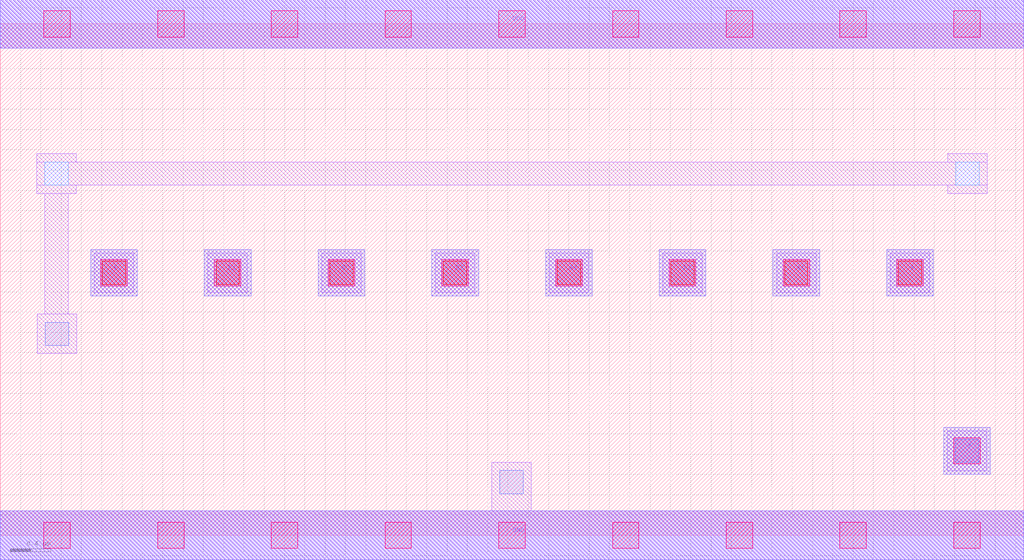
<source format=lef>
MACRO AAOI44
 CLASS CORE ;
 FOREIGN AAOI44 0 0 ;
 SIZE 10.08 BY 5.04 ;
 ORIGIN 0 0 ;
 SYMMETRY X Y R90 ;
 SITE unit ;
  PIN VDD
   DIRECTION INOUT ;
   USE POWER ;
   SHAPE ABUTMENT ;
    PORT
     CLASS CORE ;
       LAYER met1 ;
        RECT 0.00000000 4.80000000 10.08000000 5.28000000 ;
       LAYER met2 ;
        RECT 0.00000000 4.80000000 10.08000000 5.28000000 ;
    END
  END VDD

  PIN GND
   DIRECTION INOUT ;
   USE POWER ;
   SHAPE ABUTMENT ;
    PORT
     CLASS CORE ;
       LAYER met1 ;
        RECT 0.00000000 -0.24000000 10.08000000 0.24000000 ;
       LAYER met2 ;
        RECT 0.00000000 -0.24000000 10.08000000 0.24000000 ;
    END
  END GND

  PIN Y
   DIRECTION INOUT ;
   USE SIGNAL ;
   SHAPE ABUTMENT ;
    PORT
     CLASS CORE ;
       LAYER met2 ;
        RECT 9.29000000 0.60200000 9.75000000 1.06200000 ;
    END
  END Y

  PIN A
   DIRECTION INOUT ;
   USE SIGNAL ;
   SHAPE ABUTMENT ;
    PORT
     CLASS CORE ;
       LAYER met2 ;
        RECT 8.73000000 2.35700000 9.19000000 2.81700000 ;
    END
  END A

  PIN B2
   DIRECTION INOUT ;
   USE SIGNAL ;
   SHAPE ABUTMENT ;
    PORT
     CLASS CORE ;
       LAYER met2 ;
        RECT 3.13000000 2.35700000 3.59000000 2.81700000 ;
    END
  END B2

  PIN B
   DIRECTION INOUT ;
   USE SIGNAL ;
   SHAPE ABUTMENT ;
    PORT
     CLASS CORE ;
       LAYER met2 ;
        RECT 0.89000000 2.35700000 1.35000000 2.81700000 ;
    END
  END B

  PIN B1
   DIRECTION INOUT ;
   USE SIGNAL ;
   SHAPE ABUTMENT ;
    PORT
     CLASS CORE ;
       LAYER met2 ;
        RECT 2.01000000 2.35700000 2.47000000 2.81700000 ;
    END
  END B1

  PIN B3
   DIRECTION INOUT ;
   USE SIGNAL ;
   SHAPE ABUTMENT ;
    PORT
     CLASS CORE ;
       LAYER met2 ;
        RECT 4.25000000 2.35700000 4.71000000 2.81700000 ;
    END
  END B3

  PIN A3
   DIRECTION INOUT ;
   USE SIGNAL ;
   SHAPE ABUTMENT ;
    PORT
     CLASS CORE ;
       LAYER met2 ;
        RECT 5.37000000 2.35700000 5.83000000 2.81700000 ;
    END
  END A3

  PIN A1
   DIRECTION INOUT ;
   USE SIGNAL ;
   SHAPE ABUTMENT ;
    PORT
     CLASS CORE ;
       LAYER met2 ;
        RECT 7.61000000 2.35700000 8.07000000 2.81700000 ;
    END
  END A1

  PIN A2
   DIRECTION INOUT ;
   USE SIGNAL ;
   SHAPE ABUTMENT ;
    PORT
     CLASS CORE ;
       LAYER met2 ;
        RECT 6.49000000 2.35700000 6.95000000 2.81700000 ;
    END
  END A2

 OBS
    LAYER polycont ;
     RECT 1.00500000 2.47200000 1.23500000 2.70200000 ;
     RECT 2.12500000 2.47200000 2.35500000 2.70200000 ;
     RECT 3.24500000 2.47200000 3.47500000 2.70200000 ;
     RECT 4.36500000 2.47200000 4.59500000 2.70200000 ;
     RECT 5.48500000 2.47200000 5.71500000 2.70200000 ;
     RECT 6.60500000 2.47200000 6.83500000 2.70200000 ;
     RECT 7.72500000 2.47200000 7.95500000 2.70200000 ;
     RECT 8.84500000 2.47200000 9.07500000 2.70200000 ;

    LAYER pdiffc ;
     RECT 0.44000000 3.45000000 0.67000000 3.68000000 ;
     RECT 9.41000000 3.45000000 9.64000000 3.68000000 ;

    LAYER ndiffc ;
     RECT 4.92000000 0.41000000 5.15000000 0.64000000 ;
     RECT 9.40500000 0.71700000 9.63500000 0.94700000 ;
     RECT 0.44500000 1.87000000 0.67500000 2.10000000 ;

    LAYER met1 ;
     RECT 0.00000000 -0.24000000 10.08000000 0.24000000 ;
     RECT 4.84000000 0.24000000 5.23000000 0.72000000 ;
     RECT 9.32500000 0.63700000 9.71500000 1.02700000 ;
     RECT 0.92500000 2.39200000 1.31500000 2.78200000 ;
     RECT 2.04500000 2.39200000 2.43500000 2.78200000 ;
     RECT 3.16500000 2.39200000 3.55500000 2.78200000 ;
     RECT 4.28500000 2.39200000 4.67500000 2.78200000 ;
     RECT 5.40500000 2.39200000 5.79500000 2.78200000 ;
     RECT 6.52500000 2.39200000 6.91500000 2.78200000 ;
     RECT 7.64500000 2.39200000 8.03500000 2.78200000 ;
     RECT 8.76500000 2.39200000 9.15500000 2.78200000 ;
     RECT 0.36500000 1.79000000 0.75500000 2.18000000 ;
     RECT 0.44000000 2.18000000 0.67000000 3.37000000 ;
     RECT 0.36000000 3.37000000 0.75000000 3.45000000 ;
     RECT 9.33000000 3.37000000 9.72000000 3.45000000 ;
     RECT 0.36000000 3.45000000 9.72000000 3.68000000 ;
     RECT 0.36000000 3.68000000 0.75000000 3.76000000 ;
     RECT 9.33000000 3.68000000 9.72000000 3.76000000 ;
     RECT 0.00000000 4.80000000 10.08000000 5.28000000 ;

    LAYER via1 ;
     RECT 0.43000000 -0.13000000 0.69000000 0.13000000 ;
     RECT 1.55000000 -0.13000000 1.81000000 0.13000000 ;
     RECT 2.67000000 -0.13000000 2.93000000 0.13000000 ;
     RECT 3.79000000 -0.13000000 4.05000000 0.13000000 ;
     RECT 4.91000000 -0.13000000 5.17000000 0.13000000 ;
     RECT 6.03000000 -0.13000000 6.29000000 0.13000000 ;
     RECT 7.15000000 -0.13000000 7.41000000 0.13000000 ;
     RECT 8.27000000 -0.13000000 8.53000000 0.13000000 ;
     RECT 9.39000000 -0.13000000 9.65000000 0.13000000 ;
     RECT 9.39000000 0.70200000 9.65000000 0.96200000 ;
     RECT 0.99000000 2.45700000 1.25000000 2.71700000 ;
     RECT 2.11000000 2.45700000 2.37000000 2.71700000 ;
     RECT 3.23000000 2.45700000 3.49000000 2.71700000 ;
     RECT 4.35000000 2.45700000 4.61000000 2.71700000 ;
     RECT 5.47000000 2.45700000 5.73000000 2.71700000 ;
     RECT 6.59000000 2.45700000 6.85000000 2.71700000 ;
     RECT 7.71000000 2.45700000 7.97000000 2.71700000 ;
     RECT 8.83000000 2.45700000 9.09000000 2.71700000 ;
     RECT 0.43000000 4.91000000 0.69000000 5.17000000 ;
     RECT 1.55000000 4.91000000 1.81000000 5.17000000 ;
     RECT 2.67000000 4.91000000 2.93000000 5.17000000 ;
     RECT 3.79000000 4.91000000 4.05000000 5.17000000 ;
     RECT 4.91000000 4.91000000 5.17000000 5.17000000 ;
     RECT 6.03000000 4.91000000 6.29000000 5.17000000 ;
     RECT 7.15000000 4.91000000 7.41000000 5.17000000 ;
     RECT 8.27000000 4.91000000 8.53000000 5.17000000 ;
     RECT 9.39000000 4.91000000 9.65000000 5.17000000 ;

    LAYER met2 ;
     RECT 0.00000000 -0.24000000 10.08000000 0.24000000 ;
     RECT 9.29000000 0.60200000 9.75000000 1.06200000 ;
     RECT 0.89000000 2.35700000 1.35000000 2.81700000 ;
     RECT 2.01000000 2.35700000 2.47000000 2.81700000 ;
     RECT 3.13000000 2.35700000 3.59000000 2.81700000 ;
     RECT 4.25000000 2.35700000 4.71000000 2.81700000 ;
     RECT 5.37000000 2.35700000 5.83000000 2.81700000 ;
     RECT 6.49000000 2.35700000 6.95000000 2.81700000 ;
     RECT 7.61000000 2.35700000 8.07000000 2.81700000 ;
     RECT 8.73000000 2.35700000 9.19000000 2.81700000 ;
     RECT 0.00000000 4.80000000 10.08000000 5.28000000 ;

 END
END AAOI44

</source>
